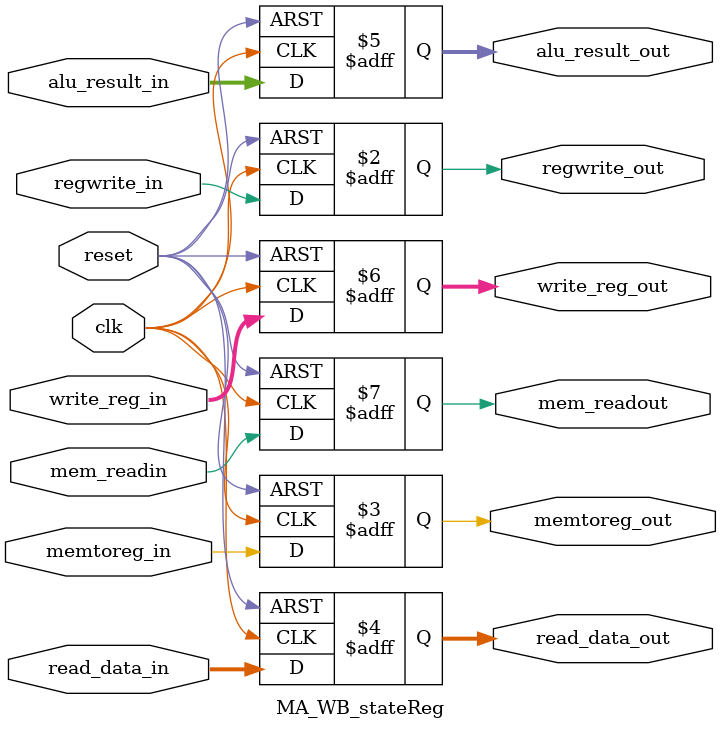
<source format=v>
module MA_WB_stateReg(
    input regwrite_in,
    input memtoreg_in,
    output reg regwrite_out,
    output reg memtoreg_out,
    input [31:0] read_data_in,
    output reg [31:0] read_data_out,
    input [31:0] alu_result_in,
    output reg [31:0] alu_result_out,
    input [4:0] write_reg_in,
    output reg [4:0] write_reg_out,
	 input mem_readin,
	 output reg mem_readout,
    input clk,
    input reset
);

    always @(posedge clk or posedge reset) begin
        if (reset) begin
            regwrite_out <= 0;
            memtoreg_out <= 0;
            read_data_out <= 0;
            alu_result_out <= 0;
            write_reg_out <= 0;
				mem_readout <= 0;
        end else begin
            regwrite_out <= regwrite_in;
            memtoreg_out <= memtoreg_in;
            read_data_out <= read_data_in;
            alu_result_out <= alu_result_in;
            write_reg_out <= write_reg_in;
				mem_readout <= mem_readin;
        end
    end

endmodule

</source>
